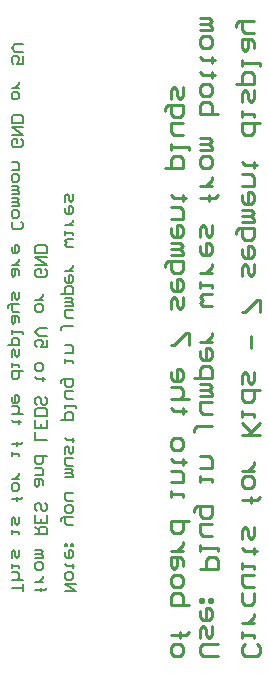
<source format=gbo>
G04 Layer_Color=13813960*
%FSLAX24Y24*%
%MOIN*%
G70*
G01*
G75*
%ADD10C,0.0100*%
%ADD21C,0.0079*%
D10*
X43898Y11320D02*
Y11520D01*
X43998Y11620D01*
X44198D01*
X44298Y11520D01*
Y11320D01*
X44198Y11220D01*
X43998D01*
X43898Y11320D01*
Y11920D02*
X44397D01*
X44198D01*
Y11820D01*
Y12020D01*
Y11920D01*
X44397D01*
X44497Y12020D01*
Y12920D02*
X43898D01*
Y13220D01*
X43998Y13320D01*
X44098D01*
X44198D01*
X44298Y13220D01*
Y12920D01*
X43898Y13620D02*
Y13820D01*
X43998Y13920D01*
X44198D01*
X44298Y13820D01*
Y13620D01*
X44198Y13520D01*
X43998D01*
X43898Y13620D01*
X44298Y14219D02*
Y14419D01*
X44198Y14519D01*
X43898D01*
Y14219D01*
X43998Y14120D01*
X44098Y14219D01*
Y14519D01*
X44298Y14719D02*
X43898D01*
X44098D01*
X44198Y14819D01*
X44298Y14919D01*
Y15019D01*
X44497Y15719D02*
X43898D01*
Y15419D01*
X43998Y15319D01*
X44198D01*
X44298Y15419D01*
Y15719D01*
X43898Y16519D02*
Y16719D01*
Y16619D01*
X44298D01*
Y16519D01*
X43898Y17019D02*
X44298D01*
Y17319D01*
X44198Y17418D01*
X43898D01*
X44397Y17718D02*
X44298D01*
Y17618D01*
Y17818D01*
Y17718D01*
X43998D01*
X43898Y17818D01*
Y18218D02*
Y18418D01*
X43998Y18518D01*
X44198D01*
X44298Y18418D01*
Y18218D01*
X44198Y18118D01*
X43998D01*
X43898Y18218D01*
X44397Y19418D02*
X44298D01*
Y19318D01*
Y19518D01*
Y19418D01*
X43998D01*
X43898Y19518D01*
X44497Y19818D02*
X43898D01*
X44198D01*
X44298Y19918D01*
Y20118D01*
X44198Y20218D01*
X43898D01*
Y20717D02*
Y20517D01*
X43998Y20417D01*
X44198D01*
X44298Y20517D01*
Y20717D01*
X44198Y20817D01*
X44098D01*
Y20417D01*
X44497Y21617D02*
Y22017D01*
X44397D01*
X43998Y21617D01*
X43898D01*
Y22817D02*
Y23117D01*
X43998Y23217D01*
X44098Y23117D01*
Y22917D01*
X44198Y22817D01*
X44298Y22917D01*
Y23217D01*
X43898Y23716D02*
Y23516D01*
X43998Y23417D01*
X44198D01*
X44298Y23516D01*
Y23716D01*
X44198Y23816D01*
X44098D01*
Y23417D01*
X43698Y24216D02*
Y24316D01*
X43798Y24416D01*
X44298D01*
Y24116D01*
X44198Y24016D01*
X43998D01*
X43898Y24116D01*
Y24416D01*
Y24616D02*
X44298D01*
Y24716D01*
X44198Y24816D01*
X43898D01*
X44198D01*
X44298Y24916D01*
X44198Y25016D01*
X43898D01*
Y25516D02*
Y25316D01*
X43998Y25216D01*
X44198D01*
X44298Y25316D01*
Y25516D01*
X44198Y25616D01*
X44098D01*
Y25216D01*
X43898Y25816D02*
X44298D01*
Y26116D01*
X44198Y26216D01*
X43898D01*
X44397Y26516D02*
X44298D01*
Y26416D01*
Y26615D01*
Y26516D01*
X43998D01*
X43898Y26615D01*
X43698Y27515D02*
X44298D01*
Y27815D01*
X44198Y27915D01*
X43998D01*
X43898Y27815D01*
Y27515D01*
Y28115D02*
Y28315D01*
Y28215D01*
X44497D01*
Y28115D01*
X44298Y28615D02*
X43998D01*
X43898Y28715D01*
Y29015D01*
X44298D01*
X43698Y29415D02*
Y29515D01*
X43798Y29615D01*
X44298D01*
Y29315D01*
X44198Y29215D01*
X43998D01*
X43898Y29315D01*
Y29615D01*
Y29814D02*
Y30114D01*
X43998Y30214D01*
X44098Y30114D01*
Y29914D01*
X44198Y29814D01*
X44298Y29914D01*
Y30214D01*
X45482Y11220D02*
X44982D01*
X44882Y11320D01*
Y11520D01*
X44982Y11620D01*
X45482D01*
X44882Y11820D02*
Y12120D01*
X44982Y12220D01*
X45082Y12120D01*
Y11920D01*
X45182Y11820D01*
X45282Y11920D01*
Y12220D01*
X44882Y12720D02*
Y12520D01*
X44982Y12420D01*
X45182D01*
X45282Y12520D01*
Y12720D01*
X45182Y12820D01*
X45082D01*
Y12420D01*
X45282Y13020D02*
Y13120D01*
X45182D01*
Y13020D01*
X45282D01*
X44982D02*
Y13120D01*
X44882D01*
Y13020D01*
X44982D01*
X44882Y14120D02*
X45482D01*
Y14419D01*
X45382Y14519D01*
X45182D01*
X45082Y14419D01*
Y14120D01*
X44882Y14719D02*
Y14919D01*
Y14819D01*
X45482D01*
Y14719D01*
X45282Y15219D02*
X44982D01*
X44882Y15319D01*
Y15619D01*
X45282D01*
X44682Y16019D02*
Y16119D01*
X44782Y16219D01*
X45282D01*
Y15919D01*
X45182Y15819D01*
X44982D01*
X44882Y15919D01*
Y16219D01*
Y17019D02*
Y17219D01*
Y17119D01*
X45282D01*
Y17019D01*
X44882Y17518D02*
X45282D01*
Y17818D01*
X45182Y17918D01*
X44882D01*
X44682Y18718D02*
Y18818D01*
X44782Y18918D01*
X45282D01*
Y19318D02*
X44982D01*
X44882Y19418D01*
Y19718D01*
X45282D01*
X44882Y19918D02*
X45282D01*
Y20018D01*
X45182Y20118D01*
X44882D01*
X45182D01*
X45282Y20218D01*
X45182Y20318D01*
X44882D01*
X44682Y20517D02*
X45282D01*
Y20817D01*
X45182Y20917D01*
X44982D01*
X44882Y20817D01*
Y20517D01*
Y21417D02*
Y21217D01*
X44982Y21117D01*
X45182D01*
X45282Y21217D01*
Y21417D01*
X45182Y21517D01*
X45082D01*
Y21117D01*
X45282Y21717D02*
X44882D01*
X45082D01*
X45182Y21817D01*
X45282Y21917D01*
Y22017D01*
Y22917D02*
X44982D01*
X44882Y23017D01*
X44982Y23117D01*
X44882Y23217D01*
X44982Y23317D01*
X45282D01*
X44882Y23516D02*
Y23716D01*
Y23616D01*
X45282D01*
Y23516D01*
Y24016D02*
X44882D01*
X45082D01*
X45182Y24116D01*
X45282Y24216D01*
Y24316D01*
X44882Y24916D02*
Y24716D01*
X44982Y24616D01*
X45182D01*
X45282Y24716D01*
Y24916D01*
X45182Y25016D01*
X45082D01*
Y24616D01*
X44882Y25216D02*
Y25516D01*
X44982Y25616D01*
X45082Y25516D01*
Y25316D01*
X45182Y25216D01*
X45282Y25316D01*
Y25616D01*
X44882Y26516D02*
X45382D01*
X45182D01*
Y26416D01*
Y26615D01*
Y26516D01*
X45382D01*
X45482Y26615D01*
X45282Y26915D02*
X44882D01*
X45082D01*
X45182Y27015D01*
X45282Y27115D01*
Y27215D01*
X44882Y27615D02*
Y27815D01*
X44982Y27915D01*
X45182D01*
X45282Y27815D01*
Y27615D01*
X45182Y27515D01*
X44982D01*
X44882Y27615D01*
Y28115D02*
X45282D01*
Y28215D01*
X45182Y28315D01*
X44882D01*
X45182D01*
X45282Y28415D01*
X45182Y28515D01*
X44882D01*
X45482Y29315D02*
X44882D01*
Y29615D01*
X44982Y29714D01*
X45082D01*
X45182D01*
X45282Y29615D01*
Y29315D01*
X44882Y30014D02*
Y30214D01*
X44982Y30314D01*
X45182D01*
X45282Y30214D01*
Y30014D01*
X45182Y29914D01*
X44982D01*
X44882Y30014D01*
X45382Y30614D02*
X45282D01*
Y30514D01*
Y30714D01*
Y30614D01*
X44982D01*
X44882Y30714D01*
X45382Y31114D02*
X45282D01*
Y31014D01*
Y31214D01*
Y31114D01*
X44982D01*
X44882Y31214D01*
Y31614D02*
Y31814D01*
X44982Y31914D01*
X45182D01*
X45282Y31814D01*
Y31614D01*
X45182Y31514D01*
X44982D01*
X44882Y31614D01*
Y32114D02*
X45282D01*
Y32214D01*
X45182Y32314D01*
X44882D01*
X45182D01*
X45282Y32414D01*
X45182Y32514D01*
X44882D01*
X46760Y11620D02*
X46860Y11520D01*
Y11320D01*
X46760Y11220D01*
X46360D01*
X46260Y11320D01*
Y11520D01*
X46360Y11620D01*
X46260Y11820D02*
Y12020D01*
Y11920D01*
X46660D01*
Y11820D01*
Y12320D02*
X46260D01*
X46460D01*
X46560Y12420D01*
X46660Y12520D01*
Y12620D01*
Y13320D02*
Y13020D01*
X46560Y12920D01*
X46360D01*
X46260Y13020D01*
Y13320D01*
X46660Y13520D02*
X46360D01*
X46260Y13620D01*
Y13920D01*
X46660D01*
X46260Y14120D02*
Y14319D01*
Y14219D01*
X46660D01*
Y14120D01*
X46760Y14719D02*
X46660D01*
Y14619D01*
Y14819D01*
Y14719D01*
X46360D01*
X46260Y14819D01*
Y15119D02*
Y15419D01*
X46360Y15519D01*
X46460Y15419D01*
Y15219D01*
X46560Y15119D01*
X46660Y15219D01*
Y15519D01*
X46260Y16419D02*
X46760D01*
X46560D01*
Y16319D01*
Y16519D01*
Y16419D01*
X46760D01*
X46860Y16519D01*
X46260Y16919D02*
Y17119D01*
X46360Y17219D01*
X46560D01*
X46660Y17119D01*
Y16919D01*
X46560Y16819D01*
X46360D01*
X46260Y16919D01*
X46660Y17418D02*
X46260D01*
X46460D01*
X46560Y17518D01*
X46660Y17618D01*
Y17718D01*
X46860Y18618D02*
X46260D01*
X46460D01*
X46860Y19018D01*
X46560Y18718D01*
X46260Y19018D01*
Y19218D02*
Y19418D01*
Y19318D01*
X46660D01*
Y19218D01*
X46860Y20118D02*
X46260D01*
Y19818D01*
X46360Y19718D01*
X46560D01*
X46660Y19818D01*
Y20118D01*
X46260Y20318D02*
Y20617D01*
X46360Y20717D01*
X46460Y20617D01*
Y20417D01*
X46560Y20318D01*
X46660Y20417D01*
Y20717D01*
X46560Y21517D02*
Y21917D01*
X46860Y22717D02*
Y23117D01*
X46760D01*
X46360Y22717D01*
X46260D01*
Y23916D02*
Y24216D01*
X46360Y24316D01*
X46460Y24216D01*
Y24016D01*
X46560Y23916D01*
X46660Y24016D01*
Y24316D01*
X46260Y24816D02*
Y24616D01*
X46360Y24516D01*
X46560D01*
X46660Y24616D01*
Y24816D01*
X46560Y24916D01*
X46460D01*
Y24516D01*
X46060Y25316D02*
Y25416D01*
X46160Y25516D01*
X46660D01*
Y25216D01*
X46560Y25116D01*
X46360D01*
X46260Y25216D01*
Y25516D01*
Y25716D02*
X46660D01*
Y25816D01*
X46560Y25916D01*
X46260D01*
X46560D01*
X46660Y26016D01*
X46560Y26116D01*
X46260D01*
Y26615D02*
Y26416D01*
X46360Y26316D01*
X46560D01*
X46660Y26416D01*
Y26615D01*
X46560Y26715D01*
X46460D01*
Y26316D01*
X46260Y26915D02*
X46660D01*
Y27215D01*
X46560Y27315D01*
X46260D01*
X46760Y27615D02*
X46660D01*
Y27515D01*
Y27715D01*
Y27615D01*
X46360D01*
X46260Y27715D01*
X46860Y29015D02*
X46260D01*
Y28715D01*
X46360Y28615D01*
X46560D01*
X46660Y28715D01*
Y29015D01*
X46260Y29215D02*
Y29415D01*
Y29315D01*
X46660D01*
Y29215D01*
X46260Y29714D02*
Y30014D01*
X46360Y30114D01*
X46460Y30014D01*
Y29814D01*
X46560Y29714D01*
X46660Y29814D01*
Y30114D01*
X46060Y30314D02*
X46660D01*
Y30614D01*
X46560Y30714D01*
X46360D01*
X46260Y30614D01*
Y30314D01*
Y30914D02*
Y31114D01*
Y31014D01*
X46860D01*
Y30914D01*
X46660Y31514D02*
Y31714D01*
X46560Y31814D01*
X46260D01*
Y31514D01*
X46360Y31414D01*
X46460Y31514D01*
Y31814D01*
X46660Y32014D02*
X46360D01*
X46260Y32114D01*
Y32414D01*
X46160D01*
X46060Y32314D01*
Y32214D01*
X46260Y32414D02*
X46660D01*
D21*
X38976Y13386D02*
Y13648D01*
Y13517D01*
X38583D01*
X38976Y13779D02*
X38583D01*
X38779D01*
X38845Y13845D01*
Y13976D01*
X38779Y14042D01*
X38583D01*
Y14173D02*
Y14304D01*
Y14239D01*
X38845D01*
Y14173D01*
X38583Y14501D02*
Y14698D01*
X38648Y14763D01*
X38714Y14698D01*
Y14567D01*
X38779Y14501D01*
X38845Y14567D01*
Y14763D01*
X38583Y15288D02*
Y15419D01*
Y15354D01*
X38845D01*
Y15288D01*
X38583Y15616D02*
Y15813D01*
X38648Y15878D01*
X38714Y15813D01*
Y15682D01*
X38779Y15616D01*
X38845Y15682D01*
Y15878D01*
X38583Y16469D02*
X38911D01*
X38779D01*
Y16403D01*
Y16534D01*
Y16469D01*
X38911D01*
X38976Y16534D01*
X38583Y16797D02*
Y16928D01*
X38648Y16994D01*
X38779D01*
X38845Y16928D01*
Y16797D01*
X38779Y16731D01*
X38648D01*
X38583Y16797D01*
X38845Y17125D02*
X38583D01*
X38714D01*
X38779Y17190D01*
X38845Y17256D01*
Y17322D01*
X38583Y17912D02*
Y18043D01*
Y17978D01*
X38845D01*
Y17912D01*
X38583Y18305D02*
X38911D01*
X38779D01*
Y18240D01*
Y18371D01*
Y18305D01*
X38911D01*
X38976Y18371D01*
X38911Y19027D02*
X38845D01*
Y18961D01*
Y19093D01*
Y19027D01*
X38648D01*
X38583Y19093D01*
X38976Y19289D02*
X38583D01*
X38779D01*
X38845Y19355D01*
Y19486D01*
X38779Y19552D01*
X38583D01*
Y19880D02*
Y19749D01*
X38648Y19683D01*
X38779D01*
X38845Y19749D01*
Y19880D01*
X38779Y19945D01*
X38714D01*
Y19683D01*
X38976Y20733D02*
X38583D01*
Y20536D01*
X38648Y20470D01*
X38779D01*
X38845Y20536D01*
Y20733D01*
X38583Y20864D02*
Y20995D01*
Y20929D01*
X38845D01*
Y20864D01*
X38583Y21192D02*
Y21388D01*
X38648Y21454D01*
X38714Y21388D01*
Y21257D01*
X38779Y21192D01*
X38845Y21257D01*
Y21454D01*
X38451Y21585D02*
X38845D01*
Y21782D01*
X38779Y21848D01*
X38648D01*
X38583Y21782D01*
Y21585D01*
Y21979D02*
Y22110D01*
Y22044D01*
X38976D01*
Y21979D01*
X38845Y22372D02*
Y22504D01*
X38779Y22569D01*
X38583D01*
Y22372D01*
X38648Y22307D01*
X38714Y22372D01*
Y22569D01*
X38845Y22700D02*
X38648D01*
X38583Y22766D01*
Y22963D01*
X38517D01*
X38451Y22897D01*
Y22832D01*
X38583Y22963D02*
X38845D01*
X38583Y23094D02*
Y23291D01*
X38648Y23356D01*
X38714Y23291D01*
Y23160D01*
X38779Y23094D01*
X38845Y23160D01*
Y23356D01*
Y23947D02*
Y24078D01*
X38779Y24144D01*
X38583D01*
Y23947D01*
X38648Y23881D01*
X38714Y23947D01*
Y24144D01*
X38845Y24275D02*
X38583D01*
X38714D01*
X38779Y24340D01*
X38845Y24406D01*
Y24471D01*
X38583Y24865D02*
Y24734D01*
X38648Y24668D01*
X38779D01*
X38845Y24734D01*
Y24865D01*
X38779Y24931D01*
X38714D01*
Y24668D01*
X38911Y25718D02*
X38976Y25652D01*
Y25521D01*
X38911Y25455D01*
X38648D01*
X38583Y25521D01*
Y25652D01*
X38648Y25718D01*
X38583Y25915D02*
Y26046D01*
X38648Y26111D01*
X38779D01*
X38845Y26046D01*
Y25915D01*
X38779Y25849D01*
X38648D01*
X38583Y25915D01*
Y26243D02*
X38845D01*
Y26308D01*
X38779Y26374D01*
X38583D01*
X38779D01*
X38845Y26439D01*
X38779Y26505D01*
X38583D01*
Y26636D02*
X38845D01*
Y26702D01*
X38779Y26767D01*
X38583D01*
X38779D01*
X38845Y26833D01*
X38779Y26899D01*
X38583D01*
Y27095D02*
Y27227D01*
X38648Y27292D01*
X38779D01*
X38845Y27227D01*
Y27095D01*
X38779Y27030D01*
X38648D01*
X38583Y27095D01*
Y27423D02*
X38845D01*
Y27620D01*
X38779Y27686D01*
X38583D01*
X38911Y28473D02*
X38976Y28407D01*
Y28276D01*
X38911Y28210D01*
X38648D01*
X38583Y28276D01*
Y28407D01*
X38648Y28473D01*
X38779D01*
Y28342D01*
X38583Y28604D02*
X38976D01*
X38583Y28866D01*
X38976D01*
Y28998D02*
X38583D01*
Y29194D01*
X38648Y29260D01*
X38911D01*
X38976Y29194D01*
Y28998D01*
X38583Y29850D02*
Y29982D01*
X38648Y30047D01*
X38779D01*
X38845Y29982D01*
Y29850D01*
X38779Y29785D01*
X38648D01*
X38583Y29850D01*
X38845Y30178D02*
X38583D01*
X38714D01*
X38779Y30244D01*
X38845Y30310D01*
Y30375D01*
X38976Y31228D02*
Y30965D01*
X38779D01*
X38845Y31097D01*
Y31162D01*
X38779Y31228D01*
X38648D01*
X38583Y31162D01*
Y31031D01*
X38648Y30965D01*
X38976Y31359D02*
X38714D01*
X38583Y31490D01*
X38714Y31621D01*
X38976D01*
X39370Y13451D02*
X39698D01*
X39567D01*
Y13386D01*
Y13517D01*
Y13451D01*
X39698D01*
X39764Y13517D01*
X39632Y13714D02*
X39370D01*
X39501D01*
X39567Y13779D01*
X39632Y13845D01*
Y13911D01*
X39370Y14173D02*
Y14304D01*
X39436Y14370D01*
X39567D01*
X39632Y14304D01*
Y14173D01*
X39567Y14107D01*
X39436D01*
X39370Y14173D01*
Y14501D02*
X39632D01*
Y14567D01*
X39567Y14632D01*
X39370D01*
X39567D01*
X39632Y14698D01*
X39567Y14763D01*
X39370D01*
Y15288D02*
X39764D01*
Y15485D01*
X39698Y15550D01*
X39567D01*
X39501Y15485D01*
Y15288D01*
Y15419D02*
X39370Y15550D01*
X39764Y15944D02*
Y15682D01*
X39370D01*
Y15944D01*
X39567Y15682D02*
Y15813D01*
X39698Y16338D02*
X39764Y16272D01*
Y16141D01*
X39698Y16075D01*
X39632D01*
X39567Y16141D01*
Y16272D01*
X39501Y16338D01*
X39436D01*
X39370Y16272D01*
Y16141D01*
X39436Y16075D01*
X39632Y16928D02*
Y17059D01*
X39567Y17125D01*
X39370D01*
Y16928D01*
X39436Y16862D01*
X39501Y16928D01*
Y17125D01*
X39370Y17256D02*
X39632D01*
Y17453D01*
X39567Y17518D01*
X39370D01*
X39764Y17912D02*
X39370D01*
Y17715D01*
X39436Y17650D01*
X39567D01*
X39632Y17715D01*
Y17912D01*
X39764Y18437D02*
X39370D01*
Y18699D01*
X39764Y19093D02*
Y18830D01*
X39370D01*
Y19093D01*
X39567Y18830D02*
Y18961D01*
X39764Y19224D02*
X39370D01*
Y19421D01*
X39436Y19486D01*
X39698D01*
X39764Y19421D01*
Y19224D01*
X39698Y19880D02*
X39764Y19814D01*
Y19683D01*
X39698Y19617D01*
X39632D01*
X39567Y19683D01*
Y19814D01*
X39501Y19880D01*
X39436D01*
X39370Y19814D01*
Y19683D01*
X39436Y19617D01*
X39698Y20470D02*
X39632D01*
Y20405D01*
Y20536D01*
Y20470D01*
X39436D01*
X39370Y20536D01*
Y20798D02*
Y20929D01*
X39436Y20995D01*
X39567D01*
X39632Y20929D01*
Y20798D01*
X39567Y20733D01*
X39436D01*
X39370Y20798D01*
X39764Y21782D02*
Y21520D01*
X39567D01*
X39632Y21651D01*
Y21716D01*
X39567Y21782D01*
X39436D01*
X39370Y21716D01*
Y21585D01*
X39436Y21520D01*
X39764Y21913D02*
X39501D01*
X39370Y22044D01*
X39501Y22176D01*
X39764D01*
X39370Y22766D02*
Y22897D01*
X39436Y22963D01*
X39567D01*
X39632Y22897D01*
Y22766D01*
X39567Y22700D01*
X39436D01*
X39370Y22766D01*
X39632Y23094D02*
X39370D01*
X39501D01*
X39567Y23160D01*
X39632Y23225D01*
Y23291D01*
X39698Y24144D02*
X39764Y24078D01*
Y23947D01*
X39698Y23881D01*
X39436D01*
X39370Y23947D01*
Y24078D01*
X39436Y24144D01*
X39567D01*
Y24012D01*
X39370Y24275D02*
X39764D01*
X39370Y24537D01*
X39764D01*
Y24668D02*
X39370D01*
Y24865D01*
X39436Y24931D01*
X39698D01*
X39764Y24865D01*
Y24668D01*
X40354Y13386D02*
X40748D01*
X40354Y13648D01*
X40748D01*
X40354Y13845D02*
Y13976D01*
X40420Y14042D01*
X40551D01*
X40617Y13976D01*
Y13845D01*
X40551Y13779D01*
X40420D01*
X40354Y13845D01*
X40682Y14239D02*
X40617D01*
Y14173D01*
Y14304D01*
Y14239D01*
X40420D01*
X40354Y14304D01*
Y14698D02*
Y14567D01*
X40420Y14501D01*
X40551D01*
X40617Y14567D01*
Y14698D01*
X40551Y14763D01*
X40486D01*
Y14501D01*
X40617Y14895D02*
Y14960D01*
X40551D01*
Y14895D01*
X40617D01*
X40420D02*
Y14960D01*
X40354D01*
Y14895D01*
X40420D01*
X40617Y15616D02*
X40420D01*
X40354Y15682D01*
Y15878D01*
X40289D01*
X40223Y15813D01*
Y15747D01*
X40354Y15878D02*
X40617D01*
X40354Y16075D02*
Y16206D01*
X40420Y16272D01*
X40551D01*
X40617Y16206D01*
Y16075D01*
X40551Y16010D01*
X40420D01*
X40354Y16075D01*
X40617Y16403D02*
X40420D01*
X40354Y16469D01*
Y16666D01*
X40617D01*
X40354Y17190D02*
X40617D01*
Y17256D01*
X40551Y17322D01*
X40354D01*
X40551D01*
X40617Y17387D01*
X40551Y17453D01*
X40354D01*
X40617Y17584D02*
X40420D01*
X40354Y17650D01*
Y17846D01*
X40617D01*
X40354Y17978D02*
Y18174D01*
X40420Y18240D01*
X40486Y18174D01*
Y18043D01*
X40551Y17978D01*
X40617Y18043D01*
Y18240D01*
X40682Y18437D02*
X40617D01*
Y18371D01*
Y18502D01*
Y18437D01*
X40420D01*
X40354Y18502D01*
X40223Y19093D02*
X40617D01*
Y19289D01*
X40551Y19355D01*
X40420D01*
X40354Y19289D01*
Y19093D01*
Y19486D02*
Y19617D01*
Y19552D01*
X40748D01*
Y19486D01*
X40617Y19814D02*
X40420D01*
X40354Y19880D01*
Y20077D01*
X40617D01*
X40223Y20339D02*
Y20405D01*
X40289Y20470D01*
X40617D01*
Y20273D01*
X40551Y20208D01*
X40420D01*
X40354Y20273D01*
Y20470D01*
Y20995D02*
Y21126D01*
Y21061D01*
X40617D01*
Y20995D01*
X40354Y21323D02*
X40617D01*
Y21520D01*
X40551Y21585D01*
X40354D01*
X40223Y22110D02*
Y22176D01*
X40289Y22241D01*
X40617D01*
Y22504D02*
X40420D01*
X40354Y22569D01*
Y22766D01*
X40617D01*
X40354Y22897D02*
X40617D01*
Y22963D01*
X40551Y23028D01*
X40354D01*
X40551D01*
X40617Y23094D01*
X40551Y23160D01*
X40354D01*
X40223Y23291D02*
X40617D01*
Y23488D01*
X40551Y23553D01*
X40420D01*
X40354Y23488D01*
Y23291D01*
Y23881D02*
Y23750D01*
X40420Y23684D01*
X40551D01*
X40617Y23750D01*
Y23881D01*
X40551Y23947D01*
X40486D01*
Y23684D01*
X40617Y24078D02*
X40354D01*
X40486D01*
X40551Y24144D01*
X40617Y24209D01*
Y24275D01*
Y24865D02*
X40420D01*
X40354Y24931D01*
X40420Y24996D01*
X40354Y25062D01*
X40420Y25127D01*
X40617D01*
X40354Y25259D02*
Y25390D01*
Y25324D01*
X40617D01*
Y25259D01*
Y25587D02*
X40354D01*
X40486D01*
X40551Y25652D01*
X40617Y25718D01*
Y25783D01*
X40354Y26177D02*
Y26046D01*
X40420Y25980D01*
X40551D01*
X40617Y26046D01*
Y26177D01*
X40551Y26243D01*
X40486D01*
Y25980D01*
X40354Y26374D02*
Y26571D01*
X40420Y26636D01*
X40486Y26571D01*
Y26439D01*
X40551Y26374D01*
X40617Y26439D01*
Y26636D01*
M02*

</source>
